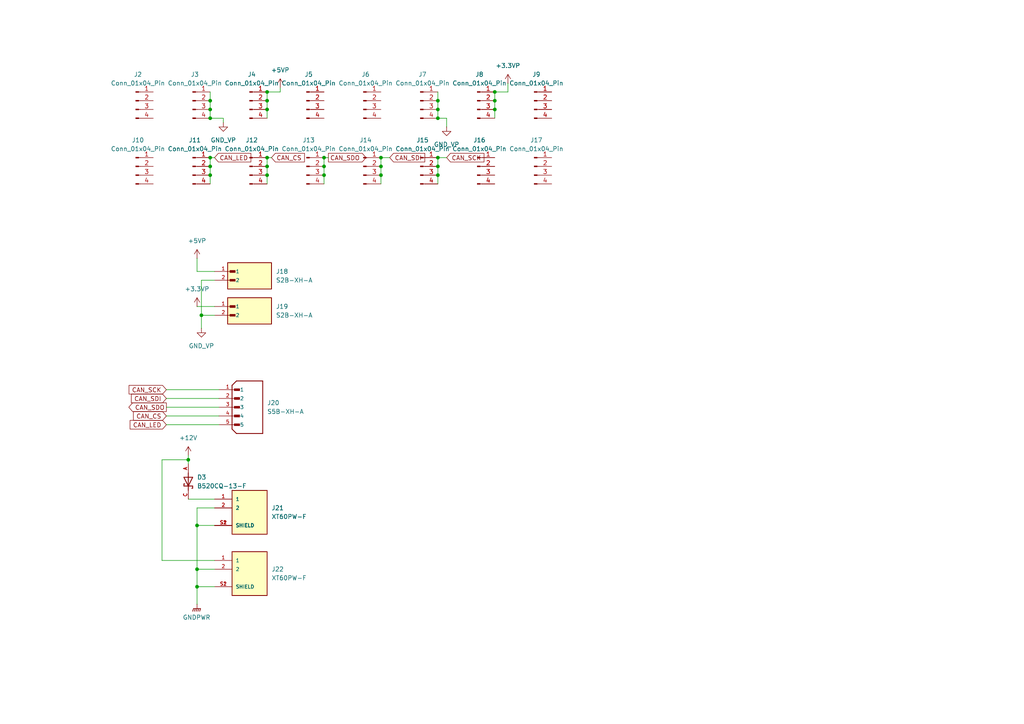
<source format=kicad_sch>
(kicad_sch (version 20250114) (generator "eeschema") (generator_version "9.0")
  (paper "A4")
  (title_block (title "CAN Isolation_Power Board") (date "2025-11-06") (rev "Ver.1.1") (company "ISHI-Kai"))
  (lib_symbols
    (symbol "B520CQ-13-F:B520CQ-13-F" (pin_names (offset 1.016))
      (property "Reference" "D" (at -2.2898 1.9081 0))
      (property "Value" "B520CQ-13-F" (at -2.2921 -3.4382 0))
      (symbol "B520CQ-13-F_0_0"
        (polyline (pts (xy -2.54 0) (xy 2.54 0)) (stroke (width 0.254)))
        (polyline (pts (xy -1.27 1.27) (xy -1.27 -1.27)) (stroke (width 0.254)))
        (polyline (pts (xy -1.27 -1.27) (xy 1.27 0)) (stroke (width 0.254)))
        (polyline (pts (xy 0.635 -1.016) (xy 0.635 -1.27)) (stroke (width 0.254)))
        (polyline (pts (xy 1.27 1.27) (xy 1.27 -1.27)) (stroke (width 0.254)))
        (polyline (pts (xy 1.27 0) (xy -1.27 1.27)) (stroke (width 0.254)))
        (polyline (pts (xy 1.27 -1.27) (xy 0.635 -1.27)) (stroke (width 0.254)))
        (polyline (pts (xy 1.905 1.27) (xy 1.27 1.27)) (stroke (width 0.254)))
        (polyline (pts (xy 1.905 1.27) (xy 1.905 1.016)) (stroke (width 0.254)))
        (pin passive line (at -5.08 0 0) (length 2.54) (name "~") (number "A"))
        (pin passive line (at 5.08 0 180) (length 2.54) (name "~") (number "C"))
      )
    )
    (symbol "Connector:Conn_01x04_Pin" (pin_names (offset 1.016) (hide yes))
      (property "Reference" "J" (at 0 5.08 0))
      (property "Value" "Conn_01x04_Pin" (at 0 -7.62 0))
      (symbol "Conn_01x04_Pin_1_1"
        (rectangle (start 0.8636 2.667) (end 0 2.413) (stroke (width 0.1524)) (fill (type outline)))
        (rectangle (start 0.8636 0.127) (end 0 -0.127) (stroke (width 0.1524)) (fill (type outline)))
        (rectangle (start 0.8636 -2.413) (end 0 -2.667) (stroke (width 0.1524)) (fill (type outline)))
        (rectangle (start 0.8636 -4.953) (end 0 -5.207) (stroke (width 0.1524)) (fill (type outline)))
        (polyline (pts (xy 1.27 2.54) (xy 0.8636 2.54)) (stroke (width 0.1524)))
        (polyline (pts (xy 1.27 0) (xy 0.8636 0)) (stroke (width 0.1524)))
        (polyline (pts (xy 1.27 -2.54) (xy 0.8636 -2.54)) (stroke (width 0.1524)))
        (polyline (pts (xy 1.27 -5.08) (xy 0.8636 -5.08)) (stroke (width 0.1524)))
        (pin passive line (at 5.08 2.54 180) (length 3.81) (name "Pin_1") (number "1"))
        (pin passive line (at 5.08 0 180) (length 3.81) (name "Pin_2") (number "2"))
        (pin passive line (at 5.08 -2.54 180) (length 3.81) (name "Pin_3") (number "3"))
        (pin passive line (at 5.08 -5.08 180) (length 3.81) (name "Pin_4") (number "4"))
      )
    )
    (symbol "S2B-XH-A:S2B-XH-A" (pin_names (offset 1.016))
      (property "Reference" "J" (at -6.85 5.08 0))
      (property "Value" "S2B-XH-A" (at -6.35 -5.08 0))
      (symbol "S2B-XH-A_0_0"
        (rectangle (start -6.35 -2.54) (end 6.35 5.08) (stroke (width 0.254)) (fill (type background)))
        (rectangle (start -5.715 2.2225) (end -4.1275 2.8575) (stroke (width 0.1)) (fill (type outline)))
        (rectangle (start -5.715 -0.3175) (end -4.1275 0.3175) (stroke (width 0.1)) (fill (type outline)))
        (pin passive line (at -10.16 2.54 0) (length 5.08) (name "1") (number "1"))
        (pin passive line (at -10.16 0 0) (length 5.08) (name "2") (number "2"))
      )
    )
    (symbol "S5B-XH-A:S5B-XH-A" (pin_names (offset 1.016))
      (property "Reference" "J" (at 0 8.89 0))
      (property "Value" "S5B-XH-A" (at 0 -10.16 0))
      (symbol "S5B-XH-A_0_0"
        (polyline (pts (xy -1.27 6.35) (xy -1.27 -6.35)) (stroke (width 0.254)))
        (polyline (pts (xy -1.27 6.35) (xy 0 7.62)) (stroke (width 0.254)))
        (polyline (pts (xy -1.27 -6.35) (xy 0 -7.62)) (stroke (width 0.254)))
        (rectangle (start -0.635 4.7625) (end 0.9525 5.3975) (stroke (width 0.1)) (fill (type outline)))
        (rectangle (start -0.635 2.2225) (end 0.9525 2.8575) (stroke (width 0.1)) (fill (type outline)))
        (rectangle (start -0.635 -0.3175) (end 0.9525 0.3175) (stroke (width 0.1)) (fill (type outline)))
        (rectangle (start -0.635 -2.8575) (end 0.9525 -2.2225) (stroke (width 0.1)) (fill (type outline)))
        (rectangle (start -0.635 -5.3975) (end 0.9525 -4.7625) (stroke (width 0.1)) (fill (type outline)))
        (polyline (pts (xy 0 -7.62) (xy 7.62 -7.62)) (stroke (width 0.254)))
        (polyline (pts (xy 7.62 7.62) (xy 0 7.62)) (stroke (width 0.254)))
        (polyline (pts (xy 7.62 -7.62) (xy 7.62 7.62)) (stroke (width 0.254)))
        (pin passive line (at -5.08 5.08 0) (length 5.08) (name "1") (number "1"))
        (pin passive line (at -5.08 2.54 0) (length 5.08) (name "2") (number "2"))
        (pin passive line (at -5.08 0 0) (length 5.08) (name "3") (number "3"))
        (pin passive line (at -5.08 -2.54 0) (length 5.08) (name "4") (number "4"))
        (pin passive line (at -5.08 -5.08 0) (length 5.08) (name "5") (number "5"))
      )
    )
    (symbol "XT60PW-F:XT60PW-F" (pin_names (offset 1.016))
      (property "Reference" "J" (at -5.08 6.35 0))
      (property "Value" "XT60PW-F" (at -5.08 -8.89 0))
      (symbol "XT60PW-F_0_0"
        (rectangle (start -5.08 -7.62) (end 5.08 5.08) (stroke (width 0.254)) (fill (type background)))
        (pin passive line (at -10.16 2.54 0) (length 5.08) (name "1") (number "1"))
        (pin passive line (at -10.16 0 0) (length 5.08) (name "2") (number "2"))
        (pin passive line (at -10.16 -5.08 0) (length 5.08) (name "SHIELD") (number "S1"))
        (pin passive line (at -10.16 -5.08 0) (length 5.08) (name "SHIELD") (number "S2"))
      )
    )
    (symbol "power:+12V" (power) (pin_numbers (hide yes)) (pin_names (offset 0) (hide yes))
      (property "Value" "+12V" (at 0 3.556 0))
      (symbol "+12V_0_1"
        (polyline (pts (xy -0.762 1.27) (xy 0 2.54)))
        (polyline (pts (xy 0 2.54) (xy 0.762 1.27)))
        (polyline (pts (xy 0 0) (xy 0 2.54)))
      )
      (symbol "+12V_1_1"
        (pin power_in line (at 0 0 90) (length 0) (name "~") (number "1"))
      )
    )
    (symbol "power:+3.3VP" (power) (pin_numbers (hide yes)) (pin_names (offset 0) (hide yes))
      (property "Value" "+3.3VP" (at 0 3.556 0))
      (symbol "+3.3VP_0_0"
        (pin power_in line (at 0 0 90) (length 0) (name "~") (number "1"))
      )
      (symbol "+3.3VP_0_1"
        (polyline (pts (xy -0.762 1.27) (xy 0 2.54)))
        (polyline (pts (xy 0 2.54) (xy 0.762 1.27)))
        (polyline (pts (xy 0 0) (xy 0 2.54)))
      )
    )
    (symbol "power:+5VP" (power) (pin_numbers (hide yes)) (pin_names (offset 0) (hide yes))
      (property "Value" "+5VP" (at 0 3.556 0))
      (symbol "+5VP_0_1"
        (polyline (pts (xy -0.762 1.27) (xy 0 2.54)))
        (polyline (pts (xy 0 2.54) (xy 0.762 1.27)))
        (polyline (pts (xy 0 0) (xy 0 2.54)))
      )
      (symbol "+5VP_1_1"
        (pin power_in line (at 0 0 90) (length 0) (name "~") (number "1"))
      )
    )
    (symbol "power:GND1" (power) (pin_numbers (hide yes)) (pin_names (offset 0) (hide yes))
      (property "Value" "GND1" (at 0 -3.81 0))
      (symbol "GND1_0_1"
        (polyline (pts (xy 0 0) (xy 0 -1.27) (xy 1.27 -1.27) (xy 0 -2.54) (xy -1.27 -1.27) (xy 0 -1.27)))
      )
      (symbol "GND1_1_1"
        (pin power_in line (at 0 0 270) (length 0) (name "~") (number "1"))
      )
    )
    (symbol "power:GNDPWR" (power) (pin_numbers (hide yes)) (pin_names (offset 0) (hide yes))
      (property "Value" "GNDPWR" (at 0 -3.302 0))
      (symbol "GNDPWR_0_1"
        (polyline (pts (xy -1.016 -1.27) (xy -1.27 -2.032) (xy -1.27 -2.032)) (stroke (width 0.2032)))
        (polyline (pts (xy -0.508 -1.27) (xy -0.762 -2.032) (xy -0.762 -2.032)) (stroke (width 0.2032)))
        (polyline (pts (xy 0 -1.27) (xy 0 0)))
        (polyline (pts (xy 0 -1.27) (xy -0.254 -2.032) (xy -0.254 -2.032)) (stroke (width 0.2032)))
        (polyline (pts (xy 0.508 -1.27) (xy 0.254 -2.032) (xy 0.254 -2.032)) (stroke (width 0.2032)))
        (polyline (pts (xy 1.016 -1.27) (xy -1.016 -1.27) (xy -1.016 -1.27)) (stroke (width 0.2032)))
        (polyline (pts (xy 1.016 -1.27) (xy 0.762 -2.032) (xy 0.762 -2.032) (xy 0.762 -2.032)) (stroke (width 0.2032)))
      )
      (symbol "GNDPWR_1_1"
        (pin power_in line (at 0 0 270) (length 0) (name "~") (number "1"))
      )
    )
  )
  (junction (at 110.49 50.8))
  (junction (at 77.47 31.75))
  (junction (at 93.98 50.8))
  (junction (at 60.96 31.75))
  (junction (at 77.47 50.8))
  (junction (at 77.47 48.26))
  (junction (at 127 45.72))
  (junction (at 60.96 29.21))
  (junction (at 60.96 34.29))
  (junction (at 57.15 152.4))
  (junction (at 77.47 26.67))
  (junction (at 93.98 45.72))
  (junction (at 127 29.21))
  (junction (at 77.47 29.21))
  (junction (at 60.96 45.72))
  (junction (at 57.15 170.18))
  (junction (at 60.96 48.26))
  (junction (at 110.49 45.72))
  (junction (at 127 48.26))
  (junction (at 127 31.75))
  (junction (at 143.51 26.67))
  (junction (at 77.47 45.72))
  (junction (at 143.51 31.75))
  (junction (at 110.49 48.26))
  (junction (at 57.15 165.1))
  (junction (at 143.51 29.21))
  (junction (at 127 34.29))
  (junction (at 127 50.8))
  (junction (at 54.61 133.35))
  (junction (at 60.96 50.8))
  (junction (at 93.98 48.26))
  (junction (at 58.42 91.44))
  (wire (pts (xy 77.47 48.26) (xy 77.47 50.8)))
  (wire (pts (xy 58.42 81.28) (xy 58.42 91.44)))
  (wire (pts (xy 48.26 118.11) (xy 63.5 118.11)))
  (wire (pts (xy 93.98 45.72) (xy 93.98 48.26)))
  (wire (pts (xy 48.26 113.03) (xy 63.5 113.03)))
  (wire (pts (xy 57.15 147.32) (xy 57.15 152.4)))
  (wire (pts (xy 93.98 45.72) (xy 95.25 45.72)))
  (wire (pts (xy 127 48.26) (xy 127 50.8)))
  (wire (pts (xy 143.51 31.75) (xy 143.51 34.29)))
  (wire (pts (xy 127 45.72) (xy 129.54 45.72)))
  (wire (pts (xy 127 26.67) (xy 127 29.21)))
  (wire (pts (xy 46.99 162.56) (xy 46.99 133.35)))
  (wire (pts (xy 46.99 133.35) (xy 54.61 133.35)))
  (wire (pts (xy 46.99 162.56) (xy 62.23 162.56)))
  (wire (pts (xy 127 50.8) (xy 127 53.34)))
  (wire (pts (xy 60.96 26.67) (xy 60.96 29.21)))
  (wire (pts (xy 110.49 45.72) (xy 113.03 45.72)))
  (wire (pts (xy 77.47 50.8) (xy 77.47 53.34)))
  (wire (pts (xy 110.49 45.72) (xy 110.49 48.26)))
  (wire (pts (xy 60.96 50.8) (xy 60.96 53.34)))
  (wire (pts (xy 60.96 29.21) (xy 60.96 31.75)))
  (wire (pts (xy 48.26 120.65) (xy 63.5 120.65)))
  (wire (pts (xy 62.23 147.32) (xy 57.15 147.32)))
  (wire (pts (xy 57.15 78.74) (xy 62.23 78.74)))
  (wire (pts (xy 62.23 144.78) (xy 54.61 144.78)))
  (wire (pts (xy 48.26 115.57) (xy 63.5 115.57)))
  (wire (pts (xy 57.15 170.18) (xy 57.15 175.26)))
  (wire (pts (xy 57.15 165.1) (xy 57.15 170.18)))
  (wire (pts (xy 57.15 74.93) (xy 57.15 78.74)))
  (wire (pts (xy 127 45.72) (xy 127 48.26)))
  (wire (pts (xy 48.26 123.19) (xy 63.5 123.19)))
  (wire (pts (xy 110.49 48.26) (xy 110.49 50.8)))
  (wire (pts (xy 81.28 26.67) (xy 77.47 26.67)))
  (wire (pts (xy 60.96 48.26) (xy 60.96 50.8)))
  (wire (pts (xy 93.98 50.8) (xy 93.98 53.34)))
  (wire (pts (xy 58.42 91.44) (xy 58.42 95.25)))
  (wire (pts (xy 60.96 31.75) (xy 60.96 34.29)))
  (wire (pts (xy 77.47 45.72) (xy 78.74 45.72)))
  (wire (pts (xy 147.32 24.13) (xy 147.32 26.67)))
  (wire (pts (xy 62.23 88.9) (xy 57.15 88.9)))
  (wire (pts (xy 64.77 35.56) (xy 64.77 34.29)))
  (wire (pts (xy 77.47 26.67) (xy 77.47 29.21)))
  (wire (pts (xy 147.32 26.67) (xy 143.51 26.67)))
  (wire (pts (xy 60.96 45.72) (xy 62.23 45.72)))
  (wire (pts (xy 62.23 81.28) (xy 58.42 81.28)))
  (wire (pts (xy 57.15 165.1) (xy 62.23 165.1)))
  (wire (pts (xy 54.61 132.08) (xy 54.61 133.35)))
  (wire (pts (xy 143.51 29.21) (xy 143.51 31.75)))
  (wire (pts (xy 54.61 133.35) (xy 54.61 134.62)))
  (wire (pts (xy 127 29.21) (xy 127 31.75)))
  (wire (pts (xy 58.42 91.44) (xy 62.23 91.44)))
  (wire (pts (xy 143.51 26.67) (xy 143.51 29.21)))
  (wire (pts (xy 77.47 29.21) (xy 77.47 31.75)))
  (wire (pts (xy 81.28 25.4) (xy 81.28 26.67)))
  (wire (pts (xy 77.47 45.72) (xy 77.47 48.26)))
  (wire (pts (xy 64.77 34.29) (xy 60.96 34.29)))
  (wire (pts (xy 93.98 48.26) (xy 93.98 50.8)))
  (wire (pts (xy 57.15 170.18) (xy 62.23 170.18)))
  (wire (pts (xy 127 31.75) (xy 127 34.29)))
  (wire (pts (xy 77.47 31.75) (xy 77.47 34.29)))
  (wire (pts (xy 57.15 152.4) (xy 57.15 165.1)))
  (wire (pts (xy 129.54 34.29) (xy 127 34.29)))
  (wire (pts (xy 129.54 36.83) (xy 129.54 34.29)))
  (wire (pts (xy 57.15 152.4) (xy 62.23 152.4)))
  (wire (pts (xy 110.49 50.8) (xy 110.49 53.34)))
  (wire (pts (xy 60.96 45.72) (xy 60.96 48.26)))
  (global_label "CAN_SDI" (shape input) (at 48.26 115.57 180) (property "Intersheetrefs" "${INTERSHEET_REFS}" (effects (hide yes))))
  (global_label "CAN_LED" (shape input) (at 48.26 123.19 180) (property "Intersheetrefs" "${INTERSHEET_REFS}" (effects (hide yes))))
  (global_label "CAN_LED" (shape input) (at 62.23 45.72 0) (property "Intersheetrefs" "${INTERSHEET_REFS}" (effects (hide yes))))
  (global_label "CAN_CS" (shape input) (at 78.74 45.72 0) (property "Intersheetrefs" "${INTERSHEET_REFS}" (effects (hide yes))))
  (global_label "CAN_SCK" (shape input) (at 48.26 113.03 180) (property "Intersheetrefs" "${INTERSHEET_REFS}" (effects (hide yes))))
  (global_label "CAN_SDO" (shape output) (at 48.26 118.11 180) (property "Intersheetrefs" "${INTERSHEET_REFS}" (effects (hide yes))))
  (global_label "CAN_CS" (shape input) (at 48.26 120.65 180) (property "Intersheetrefs" "${INTERSHEET_REFS}" (effects (hide yes))))
  (global_label "CAN_SDO" (shape output) (at 95.25 45.72 0) (property "Intersheetrefs" "${INTERSHEET_REFS}" (effects (hide yes))))
  (global_label "CAN_SDI" (shape input) (at 113.03 45.72 0) (property "Intersheetrefs" "${INTERSHEET_REFS}" (effects (hide yes))))
  (global_label "CAN_SCK" (shape input) (at 129.54 45.72 0) (property "Intersheetrefs" "${INTERSHEET_REFS}" (effects (hide yes))))
  (symbol (lib_id "Connector:Conn_01x04_Pin") (at 121.92 29.21 0) (unit 1)
    (property "Reference" "J7" (at 122.555 21.59 0))
    (property "Value" "Conn_01x04_Pin" (at 122.555 24.13 0))
    (property "Footprint" "CAN_Isolation:PinHeader_1x04_P2.54mm_Vertical_noSilk" (effects (hide yes)))
    (property "Description" "Generic connector, single row, 01x04, script generated" (effects (hide yes)))
  )
  (symbol (lib_id "power:+3.3VP") (at 147.32 24.13 0) (unit 1)
    (property "Reference" "#PWR027" (effects (hide yes)))
    (property "Value" "+3.3VP" (at 147.32 19.05 0))
    (property "Description" "Power symbol creates a global label with name \"+3.3VP\"" (effects (hide yes)))
  )
  (symbol (lib_id "power:+5VP") (at 81.28 25.4 0) (unit 1)
    (property "Reference" "#PWR026" (effects (hide yes)))
    (property "Value" "+5VP" (at 81.28 20.32 0))
    (property "Description" "Power symbol creates a global label with name \"+5VP\"" (effects (hide yes)))
  )
  (symbol (lib_id "Connector:Conn_01x04_Pin") (at 138.43 29.21 0) (unit 1)
    (property "Reference" "J8" (at 139.065 21.59 0))
    (property "Value" "Conn_01x04_Pin" (at 139.065 24.13 0))
    (property "Footprint" "CAN_Isolation:PinHeader_1x04_P2.54mm_Vertical_noSilk" (effects (hide yes)))
    (property "Description" "Generic connector, single row, 01x04, script generated" (effects (hide yes)))
  )
  (symbol (lib_id "Connector:Conn_01x04_Pin") (at 55.88 29.21 0) (unit 1)
    (property "Reference" "J3" (at 56.515 21.59 0))
    (property "Value" "Conn_01x04_Pin" (at 56.515 24.13 0))
    (property "Footprint" "CAN_Isolation:PinHeader_1x04_P2.54mm_Vertical_noSilk" (effects (hide yes)))
    (property "Description" "Generic connector, single row, 01x04, script generated" (effects (hide yes)))
  )
  (symbol (lib_id "XT60PW-F:XT60PW-F") (at 72.39 165.1 0) (unit 1)
    (property "Reference" "J22" (at 78.74 165.0999 0) (effects (justify left)))
    (property "Value" "XT60PW-F" (at 78.74 167.6399 0) (effects (justify left)))
    (property "Footprint" "CAN_Isolation:AMASS_XT60PW-F" (effects (hide yes)))
    (property "MF" "AMASS" (effects (hide yes)))
    (property "MAXIMUM_PACKAGE_HEIGHT" "8.4 mm" (effects (hide yes)))
    (property "Package" "Package" (effects (hide yes)))
    (property "Price" "None" (effects (hide yes)))
    (property "Check_prices" "https://www.snapeda.com/parts/XT60PW-F/AMASS/view-part/?ref=eda" (effects (hide yes)))
    (property "STANDARD" "Manufacturer Recommendations" (effects (hide yes)))
    (property "PARTREV" "V1.2" (effects (hide yes)))
    (property "SnapEDA_Link" "https://www.snapeda.com/parts/XT60PW-F/AMASS/view-part/?ref=snap" (effects (hide yes)))
    (property "MP" "XT60PW-F" (effects (hide yes)))
    (property "Description_1" "Connector: DC supply; socket; female; XT60; 30A; 500V; PIN: 2; THT" (effects (hide yes)))
    (property "Availability" "Not in stock" (effects (hide yes)))
    (property "MANUFACTURER" "AMASS" (effects (hide yes)))
  )
  (symbol (lib_id "Connector:Conn_01x04_Pin") (at 121.92 48.26 0) (unit 1)
    (property "Reference" "J15" (at 122.555 40.64 0))
    (property "Value" "Conn_01x04_Pin" (at 122.555 43.18 0))
    (property "Footprint" "CAN_Isolation:PinHeader_1x04_P2.54mm_Vertical_noSilk" (effects (hide yes)))
    (property "Description" "Generic connector, single row, 01x04, script generated" (effects (hide yes)))
  )
  (symbol (lib_id "S2B-XH-A:S2B-XH-A") (at 72.39 91.44 0) (unit 1)
    (property "Reference" "J19" (at 80.01 88.8999 0) (effects (justify left)))
    (property "Value" "S2B-XH-A" (at 80.01 91.4399 0) (effects (justify left)))
    (property "Footprint" "CAN_Isolation:JST_S2B-XH-A" (effects (hide yes)))
    (property "MANUFACTURER" "JST" (effects (hide yes)))
  )
  (symbol (lib_id "power:GNDPWR") (at 57.15 175.26 0) (unit 1)
    (property "Reference" "#PWR032" (effects (hide yes)))
    (property "Value" "GNDPWR" (at 57.023 179.07 0))
    (property "Description" "Power symbol creates a global label with name \"GNDPWR\" , global ground" (effects (hide yes)))
  )
  (symbol (lib_id "power:+3.3VP") (at 57.15 88.9 0) (unit 1)
    (property "Reference" "#PWR030" (effects (hide yes)))
    (property "Value" "+3.3VP" (at 57.15 83.82 0))
    (property "Description" "Power symbol creates a global label with name \"+3.3VP\"" (effects (hide yes)))
  )
  (symbol (lib_id "Connector:Conn_01x04_Pin") (at 105.41 29.21 0) (unit 1)
    (property "Reference" "J6" (at 106.045 21.59 0))
    (property "Value" "Conn_01x04_Pin" (at 106.045 24.13 0))
    (property "Footprint" "CAN_Isolation:PinHeader_1x04_P2.54mm_Vertical_noSilk" (effects (hide yes)))
    (property "Description" "Generic connector, single row, 01x04, script generated" (effects (hide yes)))
  )
  (symbol (lib_id "Connector:Conn_01x04_Pin") (at 138.43 48.26 0) (unit 1)
    (property "Reference" "J16" (at 139.065 40.64 0))
    (property "Value" "Conn_01x04_Pin" (at 139.065 43.18 0))
    (property "Footprint" "CAN_Isolation:PinHeader_1x04_P2.54mm_Vertical_noSilk" (effects (hide yes)))
    (property "Description" "Generic connector, single row, 01x04, script generated" (effects (hide yes)))
  )
  (symbol (lib_id "power:GND1") (at 64.77 35.56 0) (unit 1)
    (property "Reference" "#PWR028" (effects (hide yes)))
    (property "Value" "GND_VP" (at 64.77 40.64 0))
    (property "Description" "Power symbol creates a global label with name \"GND1\" , ground" (effects (hide yes)))
  )
  (symbol (lib_id "power:+12V") (at 54.61 132.08 0) (unit 1)
    (property "Reference" "#PWR031" (effects (hide yes)))
    (property "Value" "+12V" (at 54.61 127 0))
    (property "Description" "Power symbol creates a global label with name \"+12V\"" (effects (hide yes)))
  )
  (symbol (lib_id "Connector:Conn_01x04_Pin") (at 39.37 29.21 0) (unit 1)
    (property "Reference" "J2" (at 40.005 21.59 0))
    (property "Value" "Conn_01x04_Pin" (at 40.005 24.13 0))
    (property "Footprint" "CAN_Isolation:PinHeader_1x04_P2.54mm_Vertical_noSilk" (effects (hide yes)))
    (property "Description" "Generic connector, single row, 01x04, script generated" (effects (hide yes)))
  )
  (symbol (lib_id "S5B-XH-A:S5B-XH-A") (at 68.58 118.11 0) (unit 1)
    (property "Reference" "J20" (at 77.47 116.8399 0) (effects (justify left)))
    (property "Value" "S5B-XH-A" (at 77.47 119.3799 0) (effects (justify left)))
    (property "Footprint" "CAN_Isolation:JST_S5B-XH-A" (effects (hide yes)))
    (property "PARTREV" "27-1-20" (effects (hide yes)))
    (property "STANDARD" "Manufacturer Recommendations" (effects (hide yes)))
    (property "MAXIMUM_PACKAGE_HEIGHT" "6.1mm" (effects (hide yes)))
    (property "MANUFACTURER" "JST" (effects (hide yes)))
  )
  (symbol (lib_id "power:GND1") (at 129.54 36.83 0) (unit 1)
    (property "Reference" "#PWR029" (effects (hide yes)))
    (property "Value" "GND_VP" (at 129.54 41.91 0))
    (property "Description" "Power symbol creates a global label with name \"GND1\" , ground" (effects (hide yes)))
  )
  (symbol (lib_id "Connector:Conn_01x04_Pin") (at 39.37 48.26 0) (unit 1)
    (property "Reference" "J10" (at 40.005 40.64 0))
    (property "Value" "Conn_01x04_Pin" (at 40.005 43.18 0))
    (property "Footprint" "CAN_Isolation:PinHeader_1x04_P2.54mm_Vertical_noSilk" (effects (hide yes)))
    (property "Description" "Generic connector, single row, 01x04, script generated" (effects (hide yes)))
  )
  (symbol (lib_id "power:+5VP") (at 57.15 74.93 0) (unit 1)
    (property "Reference" "#PWR020" (effects (hide yes)))
    (property "Value" "+5VP" (at 57.15 69.85 0))
    (property "Description" "Power symbol creates a global label with name \"+5VP\"" (effects (hide yes)))
  )
  (symbol (lib_id "Connector:Conn_01x04_Pin") (at 55.88 48.26 0) (unit 1)
    (property "Reference" "J11" (at 56.515 40.64 0))
    (property "Value" "Conn_01x04_Pin" (at 56.515 43.18 0))
    (property "Footprint" "CAN_Isolation:PinHeader_1x04_P2.54mm_Vertical_noSilk" (effects (hide yes)))
    (property "Description" "Generic connector, single row, 01x04, script generated" (effects (hide yes)))
  )
  (symbol (lib_id "Connector:Conn_01x04_Pin") (at 105.41 48.26 0) (unit 1)
    (property "Reference" "J14" (at 106.045 40.64 0))
    (property "Value" "Conn_01x04_Pin" (at 106.045 43.18 0))
    (property "Footprint" "CAN_Isolation:PinHeader_1x04_P2.54mm_Vertical_noSilk" (effects (hide yes)))
    (property "Description" "Generic connector, single row, 01x04, script generated" (effects (hide yes)))
  )
  (symbol (lib_id "Connector:Conn_01x04_Pin") (at 72.39 48.26 0) (unit 1)
    (property "Reference" "J12" (at 73.025 40.64 0))
    (property "Value" "Conn_01x04_Pin" (at 73.025 43.18 0))
    (property "Footprint" "CAN_Isolation:PinHeader_1x04_P2.54mm_Vertical_noSilk" (effects (hide yes)))
    (property "Description" "Generic connector, single row, 01x04, script generated" (effects (hide yes)))
  )
  (symbol (lib_id "XT60PW-F:XT60PW-F") (at 72.39 147.32 0) (unit 1)
    (property "Reference" "J21" (at 78.74 147.3199 0) (effects (justify left)))
    (property "Value" "XT60PW-F" (at 78.74 149.8599 0) (effects (justify left)))
    (property "Footprint" "CAN_Isolation:AMASS_XT60PW-F" (effects (hide yes)))
    (property "MF" "AMASS" (effects (hide yes)))
    (property "MAXIMUM_PACKAGE_HEIGHT" "8.4 mm" (effects (hide yes)))
    (property "Package" "Package" (effects (hide yes)))
    (property "Price" "None" (effects (hide yes)))
    (property "Check_prices" "https://www.snapeda.com/parts/XT60PW-F/AMASS/view-part/?ref=eda" (effects (hide yes)))
    (property "STANDARD" "Manufacturer Recommendations" (effects (hide yes)))
    (property "PARTREV" "V1.2" (effects (hide yes)))
    (property "SnapEDA_Link" "https://www.snapeda.com/parts/XT60PW-F/AMASS/view-part/?ref=snap" (effects (hide yes)))
    (property "MP" "XT60PW-F" (effects (hide yes)))
    (property "Description_1" "Connector: DC supply; socket; female; XT60; 30A; 500V; PIN: 2; THT" (effects (hide yes)))
    (property "Availability" "Not in stock" (effects (hide yes)))
    (property "MANUFACTURER" "AMASS" (effects (hide yes)))
  )
  (symbol (lib_id "Connector:Conn_01x04_Pin") (at 88.9 29.21 0) (unit 1)
    (property "Reference" "J5" (at 89.535 21.59 0))
    (property "Value" "Conn_01x04_Pin" (at 89.535 24.13 0))
    (property "Footprint" "CAN_Isolation:PinHeader_1x04_P2.54mm_Vertical_noSilk" (effects (hide yes)))
    (property "Description" "Generic connector, single row, 01x04, script generated" (effects (hide yes)))
  )
  (symbol (lib_id "B520CQ-13-F:B520CQ-13-F") (at 54.61 139.7 270) (unit 1)
    (property "Reference" "D3" (at 57.15 138.4299 90) (effects (justify left)))
    (property "Value" "B520CQ-13-F" (at 57.15 140.9699 90) (effects (justify left)))
    (property "Footprint" "CAN_Isolation:DIOM7959X250N" (effects (hide yes)))
    (property "MANUFACTURER" "Diodes Inc" (effects (hide yes)))
  )
  (symbol (lib_id "power:GND1") (at 58.42 95.25 0) (unit 1)
    (property "Reference" "#PWR025" (effects (hide yes)))
    (property "Value" "GND_VP" (at 58.42 100.33 0))
    (property "Description" "Power symbol creates a global label with name \"GND1\" , ground" (effects (hide yes)))
  )
  (symbol (lib_id "Connector:Conn_01x04_Pin") (at 154.94 48.26 0) (unit 1)
    (property "Reference" "J17" (at 155.575 40.64 0))
    (property "Value" "Conn_01x04_Pin" (at 155.575 43.18 0))
    (property "Footprint" "CAN_Isolation:PinHeader_1x04_P2.54mm_Vertical_noSilk" (effects (hide yes)))
    (property "Description" "Generic connector, single row, 01x04, script generated" (effects (hide yes)))
  )
  (symbol (lib_id "Connector:Conn_01x04_Pin") (at 72.39 29.21 0) (unit 1)
    (property "Reference" "J4" (at 73.025 21.59 0))
    (property "Value" "Conn_01x04_Pin" (at 73.025 24.13 0))
    (property "Footprint" "CAN_Isolation:PinHeader_1x04_P2.54mm_Vertical_noSilk" (effects (hide yes)))
    (property "Description" "Generic connector, single row, 01x04, script generated" (effects (hide yes)))
  )
  (symbol (lib_id "S2B-XH-A:S2B-XH-A") (at 72.39 81.28 0) (unit 1)
    (property "Reference" "J18" (at 80.01 78.7399 0) (effects (justify left)))
    (property "Value" "S2B-XH-A" (at 80.01 81.2799 0) (effects (justify left)))
    (property "Footprint" "CAN_Isolation:JST_S2B-XH-A" (effects (hide yes)))
    (property "MANUFACTURER" "JST" (effects (hide yes)))
  )
  (symbol (lib_id "Connector:Conn_01x04_Pin") (at 88.9 48.26 0) (unit 1)
    (property "Reference" "J13" (at 89.535 40.64 0))
    (property "Value" "Conn_01x04_Pin" (at 89.535 43.18 0))
    (property "Footprint" "CAN_Isolation:PinHeader_1x04_P2.54mm_Vertical_noSilk" (effects (hide yes)))
    (property "Description" "Generic connector, single row, 01x04, script generated" (effects (hide yes)))
  )
  (symbol (lib_id "Connector:Conn_01x04_Pin") (at 154.94 29.21 0) (unit 1)
    (property "Reference" "J9" (at 155.575 21.59 0))
    (property "Value" "Conn_01x04_Pin" (at 155.575 24.13 0))
    (property "Footprint" "CAN_Isolation:PinHeader_1x04_P2.54mm_Vertical_noSilk" (effects (hide yes)))
    (property "Description" "Generic connector, single row, 01x04, script generated" (effects (hide yes)))
  )
)
</source>
